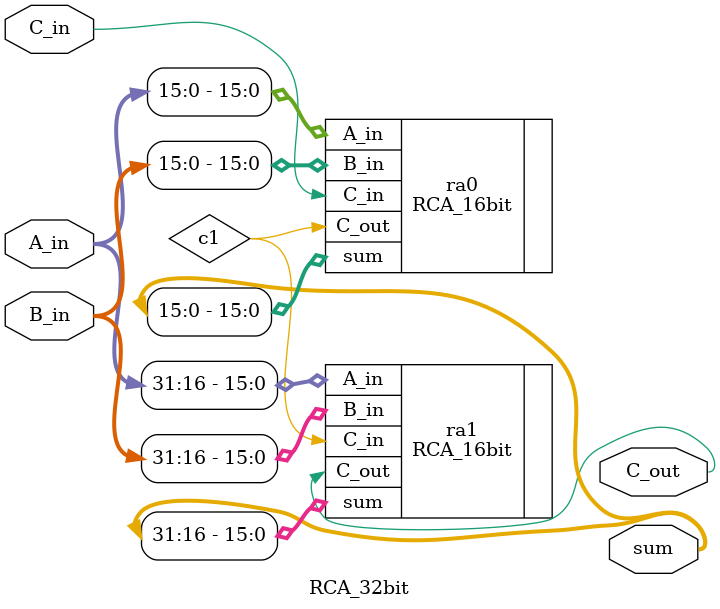
<source format=v>
`timescale 1ns / 1ps
module RCA_32bit(sum , C_out, A_in , B_in , C_in);
	output [31:0] sum;
	output C_out;
	input [31:0] A_in , B_in;
	input C_in;
	wire c1;
	// used two 16 bit numbers to add a 32 bit number
	RCA_16bit ra0(.sum(sum[15:0]), .C_out(c1), .A_in(A_in[15:0]), .B_in(B_in[15:0]), .C_in(C_in)); // this will add the first 16 bits of the numbers
	RCA_16bit ra1(.sum(sum[31:16]), .C_out(C_out), .A_in(A_in[31:16]), .B_in(B_in[31:16]), .C_in(c1)); // this will add the next 16 bits of the numbers

endmodule

</source>
